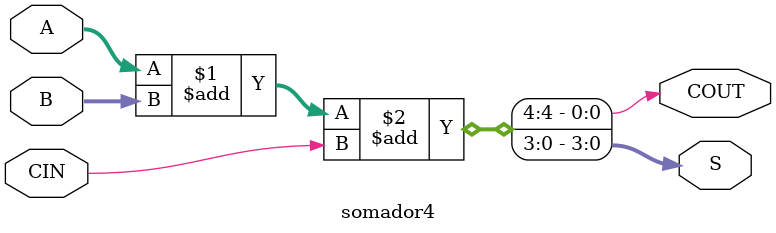
<source format=sv>
`timescale 1ns/1ps

module somador4(input [3:0] A,input [3:0] B,input CIN, output [3:0] S,output COUT);

//atribui o resultado aritmético de A+B+CIN a {COUT,S[1:0]} (sendo COUT o MSb)
assign {COUT,S[3:0]}= A+B+CIN;

endmodule 



</source>
